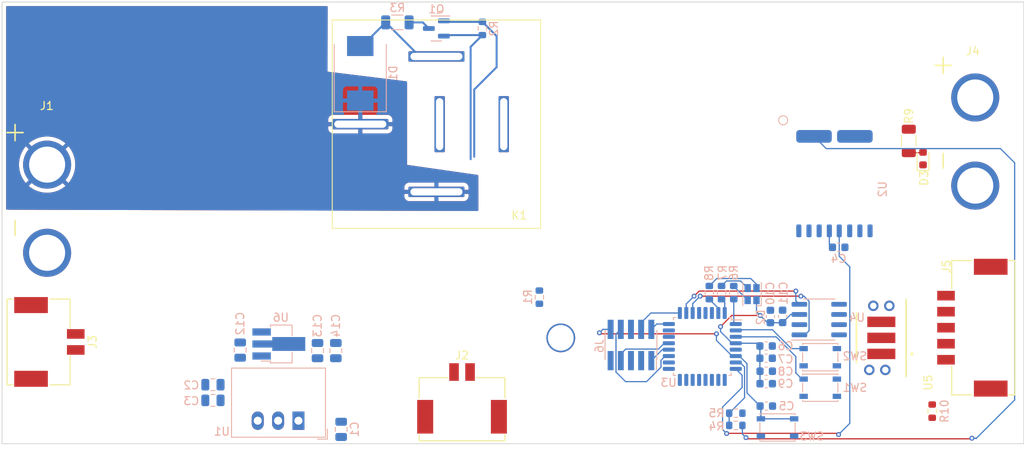
<source format=kicad_pcb>
(kicad_pcb (version 20211014) (generator pcbnew)
  (layers (0 "F.Cu" signal) (31 "B.Cu" signal) (34 "B.Paste" user) (35 "F.Paste" user) (36 "B.SilkS" user "B.Silkscreen") (37 "F.SilkS" user "F.Silkscreen") (38 "B.Mask" user) (39 "F.Mask" user) (44 "Edge.Cuts" user))
  (net 0 "")
  (net 1 "+3V3")
  (net 2 "GND")
  (net 3 "/RST")
  (net 4 "Net-(D1-Pad2)")
  (net 5 "Net-(C1-Pad2)")
  (net 6 "/R")
  (net 7 "/G")
  (net 8 "/B")
  (net 9 "/CAN/CANL")
  (net 10 "/CAN/CANH")
  (net 11 "/T_sense")
  (net 12 "+BATT")
  (net 13 "/NOGGIN/SWDIO")
  (net 14 "/NOGGIN/SWCLK")
  (net 16 "/NOGGIN/RX")
  (net 17 "/NOGGIN/TX")
  (net 18 "Net-(D3-Pad2)")
  (net 19 "/V_sense")
  (net 20 "/LED_B")
  (net 21 "/LED_G")
  (net 22 "/LED_R")
  (net 23 "/DBG2")
  (net 24 "/DBG1")
  (net 25 "/CAN_TX")
  (net 26 "/CAN_RX")
  (net 27 "/I_sense")
  (net 28 "/NOGGIN/PA3")
  (net 29 "/NOGGIN/PA5")
  (net 30 "/NOGGIN/PA6")
  (net 31 "/NOGGIN/PA7")
  (net 32 "/NOGGIN/PB0")
  (net 33 "/NOGGIN/PB1")
  (net 34 "/NOGGIN/PB15")
  (net 35 "/NOGGIN/PA8")
  (net 36 "/NOGGIN/PA11")
  (net 37 "/NOGGIN/PA12")
  (net 38 "/NOGGIN/PD2")
  (net 39 "/NOGGIN/PD3")
  (net 40 "/NOGGIN/PB6")
  (net 41 "VBUS")
  (net 42 "/PCC_3V3")
  (net 43 "/VRAW")
  (net 44 "/enable")
  (net 45 "Net-(Q1-Pad3)")
  (net 53 "+5V")
  (footprint "extraparts:Molex_DuraClik_Vert_5pin" (layer "F.Cu") (at 211.979 130.048 90)
    (fp_text reference "J5" (at 7.62 -8.525 90) (layer "F.SilkS"))
    (fp_text value "CAN")
    (pad "1" smd rect locked (at 4 -8.58 90) (size 1.2 2.2) (layers "F.Cu" "F.Paste" "F.Mask") (net 41 "VBUS"))
    (pad "2" smd rect locked (at 2 -8.58 90) (size 1.2 2.2) (layers "F.Cu" "F.Paste" "F.Mask") (net 42 "/PCC_3V3"))
    (pad "3" smd rect locked (at 0 -8.58 90) (size 1.2 2.2) (layers "F.Cu" "F.Paste" "F.Mask") (net 2 "GND"))
    (pad "4" smd rect locked (at -2 -8.58 90) (size 1.2 2.2) (layers "F.Cu" "F.Paste" "F.Mask") (net 10 "/CAN/CANH"))
    (pad "5" smd rect locked (at -4 -8.58 90) (size 1.2 2.2) (layers "F.Cu" "F.Paste" "F.Mask") (net 9 "/CAN/CANL"))
    (pad "MP" smd rect locked (at 7.6 -3 90) (size 2 4.2) (layers "F.Cu" "F.Paste" "F.Mask"))
    (pad "MP" smd rect locked (at -7.6 -3 90) (size 2 4.2) (layers "F.Cu" "F.Paste" "F.Mask"))
  )
  (footprint "LED_SMD:LED_0603_1608Metric" (layer "F.Cu") (at 200.533 108.9405 90)
    (fp_text reference "D3" (at -2.4385 0.127 90) (layer "F.SilkS"))
    (fp_text value "LED")
    (pad "1" smd roundrect (at -0.7875 0 90) (size 0.875 0.95) (layers "F.Cu" "F.Paste" "F.Mask") (net 2 "GND"))
    (pad "2" smd roundrect (at 0.7875 0 90) (size 0.875 0.95) (layers "F.Cu" "F.Paste" "F.Mask") (net 18 "Net-(D3-Pad2)"))
  )
  (footprint "BMS_Library:Conn_XT90" (layer "F.Cu") (at 91.2235 109.6995 180)
    (fp_text reference "J1" (at 0.0375 7.3375 unlocked) (layer "F.SilkS"))
    (fp_text value "battery")
    (pad "1" thru_hole circle (at 0 -11 180) (size 6 6) (drill 4.5) (layers *.Cu *.Mask) (net 2 "GND"))
    (pad "2" thru_hole circle (at 0 0 180) (size 6 6) (drill 4.5) (layers *.Cu *.Mask) (net 12 "+BATT"))
  )
  (footprint "BMS_Library:Conn_XT90" (layer "F.Cu") (at 207.0475 101.3175 180)
    (fp_text reference "J4" (at 0.2915 5.7895 unlocked) (layer "F.SilkS"))
    (fp_text value "output")
    (pad "1" thru_hole circle (at 0 -11 180) (size 6 6) (drill 4.5) (layers *.Cu *.Mask) (net 2 "GND"))
    (pad "2" thru_hole circle (at 0 0 180) (size 6 6) (drill 4.5) (layers *.Cu *.Mask) (net 41 "VBUS"))
  )
  (footprint "extraparts:Molex_DuraClik_Vert_2pin" (layer "F.Cu") (at 86.217 131.826 -90)
    (fp_text reference "J3" (at 0 -10.668 90) (layer "F.SilkS"))
    (fp_text value "ExtPwrSw")
    (pad "1" smd rect locked (at 1 -8.58 270) (size 1.2 2.2) (layers "F.Cu" "F.Paste" "F.Mask") (net 5 "Net-(C1-Pad2)"))
    (pad "2" smd rect locked (at -1 -8.58 270) (size 1.2 2.2) (layers "F.Cu" "F.Paste" "F.Mask") (net 12 "+BATT"))
    (pad "MP" smd rect locked (at -4.6 -3 270) (size 2 4.2) (layers "F.Cu" "F.Paste" "F.Mask"))
    (pad "MP" smd rect locked (at 4.6 -3 270) (size 2 4.2) (layers "F.Cu" "F.Paste" "F.Mask"))
  )
  (footprint "BMS_Library:A3M1CSQ12VDC2" (layer "F.Cu") (at 140.208 104.648)
    (fp_text reference "K1" (at 9.9314 11.3764 unlocked) (layer "F.SilkS"))
    (fp_text value "A3M1CSQ12VDC2")
    (pad "30" thru_hole roundrect (at -9.9 0 90) (size 1.3 7) (drill oval 0.9 6.5) (layers *.Cu *.Mask) (roundrect_rratio 0.1) (net 12 "+BATT"))
    (pad "85" thru_hole roundrect (at -0.4 8.45 90) (size 1.3 7) (drill oval 0.9 6.5) (layers *.Cu *.Mask) (roundrect_rratio 0.1) (net 12 "+BATT"))
    (pad "86" thru_hole roundrect (at -0.4 -8.45 90) (size 1.3 7) (drill oval 0.9 6.5) (layers *.Cu *.Mask) (roundrect_rratio 0.1) (net 4 "Net-(D1-Pad2)"))
    (pad "87" thru_hole roundrect (at 8 0) (size 1.3 7) (drill oval 0.9 6.5) (layers *.Cu *.Mask) (roundrect_rratio 0.1) (net 43 "/VRAW"))
    (pad "87a" thru_hole roundrect (at 0 0) (size 1.3 7) (drill oval 0.9 6.5) (layers *.Cu *.Mask) (roundrect_rratio 0.1))
  )
  (footprint "BMS_Library:PCC_footprint" (layer "F.Cu") (at 195.326 131.318 90)
    (fp_text reference "U5" (at -5.588 5.842 90) (layer "F.SilkS"))
    (fp_text value "PCC")
    (pad "" thru_hole circle locked (at 4 -1 90) (size 1.308 1.308) (drill 0.8) (layers *.Cu *.Mask))
    (pad "" thru_hole circle locked (at -4 0.5 90) (size 1.308 1.308) (drill 0.8) (layers *.Cu *.Mask))
    (pad "" thru_hole circle locked (at 4 1 90) (size 1.308 1.308) (drill 0.8) (layers *.Cu *.Mask))
    (pad "" thru_hole circle locked (at 0 -39.999999 90) (size 3.600011 3.600011) (drill 3.200001) (layers *.Mask))
    (pad "" thru_hole circle locked (at -4 -1.5 90) (size 1.308 1.308) (drill 0.8) (layers *.Cu *.Mask))
    (pad "1" smd rect locked (at -2 0 90) (size 1.3 3.5) (layers "F.Cu" "F.Paste" "F.Mask") (net 41 "VBUS"))
    (pad "2" smd rect locked (at 0 0 90) (size 1.3 3.5) (layers "F.Cu" "F.Paste" "F.Mask") (net 2 "GND"))
    (pad "3" smd rect locked (at 2 0 90) (size 1.3 3.5) (layers "F.Cu" "F.Paste" "F.Mask") (net 42 "/PCC_3V3"))
  )
  (footprint "Resistor_SMD:R_1206_3216Metric" (layer "F.Cu") (at 198.755 106.7415 -90)
    (fp_text reference "R9" (at -3.1095 0 90) (layer "F.SilkS"))
    (fp_text value "1k")
    (pad "1" smd roundrect (at -1.4625 0 270) (size 1.125 1.75) (layers "F.Cu" "F.Paste" "F.Mask") (roundrect_rratio 0.222222) (net 41 "VBUS"))
    (pad "2" smd roundrect (at 1.4625 0 270) (size 1.125 1.75) (layers "F.Cu" "F.Paste" "F.Mask") (roundrect_rratio 0.222222) (net 18 "Net-(D3-Pad2)"))
  )
  (footprint "extraparts:Molex_DuraClik_Vert_2pin" (layer "F.Cu") (at 143.002 144.161)
    (fp_text reference "J2" (at 0 -10.668) (layer "F.SilkS"))
    (fp_text value "temp")
    (pad "1" smd rect locked (at 1 -8.58) (size 1.2 2.2) (layers "F.Cu" "F.Paste" "F.Mask") (net 2 "GND"))
    (pad "2" smd rect locked (at -1 -8.58) (size 1.2 2.2) (layers "F.Cu" "F.Paste" "F.Mask") (net 11 "/T_sense"))
    (pad "MP" smd rect locked (at -4.6 -3) (size 2 4.2) (layers "F.Cu" "F.Paste" "F.Mask"))
    (pad "MP" smd rect locked (at 4.6 -3) (size 2 4.2) (layers "F.Cu" "F.Paste" "F.Mask"))
  )
  (footprint "Resistor_SMD:R_0603_1608Metric" (layer "F.Cu") (at 201.676 140.462 90)
    (fp_text reference "R10" (at 0 1.524 90 unlocked) (layer "B.SilkS"))
    (fp_text value "120")
    (pad "1" smd roundrect (at -0.825 0 90) (size 0.8 0.95) (layers "F.Cu" "F.Paste" "F.Mask") (net 9 "/CAN/CANL"))
    (pad "2" smd roundrect (at 0.825 0 90) (size 0.8 0.95) (layers "F.Cu" "F.Paste" "F.Mask") (net 10 "/CAN/CANH"))
  )
  (footprint "Button_Switch_SMD:SW_SPST_PTS810" (layer "B.Cu") (at 187.706 133.731 180)
    (fp_text reference "SW2" (at -4.318 0.127) (layer "B.SilkS") (effects (justify mirror)))
    (fp_text value "DBG1")
    (pad "1" smd rect (at 2.075 1.075 180) (size 1.05 0.65) (layers "B.Cu" "B.Paste" "B.Mask") (net 24 "/DBG1"))
    (pad "1" smd rect (at -2.075 1.075 180) (size 1.05 0.65) (layers "B.Cu" "B.Paste" "B.Mask") (net 24 "/DBG1"))
    (pad "2" smd rect (at -2.075 -1.075 180) (size 1.05 0.65) (layers "B.Cu" "B.Paste" "B.Mask") (net 2 "GND"))
    (pad "2" smd rect (at 2.075 -1.075 180) (size 1.05 0.65) (layers "B.Cu" "B.Paste" "B.Mask") (net 2 "GND"))
  )
  (footprint "Capacitor_SMD:C_0805_2012Metric" (layer "B.Cu") (at 124.968 132.908 90)
    (fp_text reference "C13" (at 3.114 0 90) (layer "B.SilkS") (effects (justify mirror)))
    (fp_text value "10u")
    (pad "1" smd roundrect (at -0.95 0 90) (size 1 1.45) (layers "B.Cu" "B.Paste" "B.Mask") (net 1 "+3V3"))
    (pad "2" smd roundrect (at 0.95 0 90) (size 1 1.45) (layers "B.Cu" "B.Paste" "B.Mask") (net 2 "GND"))
  )
  (footprint "BMS_Library:CZ3AG7_HalEfSens" (layer "B.Cu") (at 189.474 117.962 -90)
    (fp_text reference "U2" (at -5.2 -6 90 unlocked) (layer "B.SilkS") (effects (justify mirror)))
    (fp_text value "CZ3A07")
    (pad "1" smd roundrect (at -11.79 2.55 270) (size 1.59 4.44) (layers "B.Cu" "B.Paste" "B.Mask") (net 43 "/VRAW"))
    (pad "5" smd roundrect (at -11.79 -2.55 270) (size 1.59 4.44) (layers "B.Cu" "B.Paste" "B.Mask") (net 41 "VBUS"))
    (pad "9" smd roundrect (at 0 -4.445 270) (size 1.59 0.64) (layers "B.Cu" "B.Paste" "B.Mask") (net 2 "GND"))
    (pad "10" smd roundrect (at 0 -3.175 270) (size 1.59 0.64) (layers "B.Cu" "B.Paste" "B.Mask"))
    (pad "11" smd roundrect (at 0 -1.905 270) (size 1.59 0.64) (layers "B.Cu" "B.Paste" "B.Mask"))
    (pad "12" smd roundrect (at 0 -0.6 270) (size 1.59 0.64) (layers "B.Cu" "B.Paste" "B.Mask") (net 27 "/I_sense"))
    (pad "13" smd roundrect (at 0 0.635 270) (size 1.59 0.64) (layers "B.Cu" "B.Paste" "B.Mask") (net 53 "+5V"))
    (pad "14" smd roundrect (at 0 1.905 270) (size 1.59 0.64) (layers "B.Cu" "B.Paste" "B.Mask"))
    (pad "15" smd roundrect (at 0 3.175 270) (size 1.59 0.64) (layers "B.Cu" "B.Paste" "B.Mask"))
    (pad "16" smd roundrect (at 0 4.445 270) (size 1.59 0.64) (layers "B.Cu" "B.Paste" "B.Mask") (net 2 "GND"))
  )
  (footprint "Capacitor_SMD:C_0805_2012Metric" (layer "B.Cu") (at 127.918 142.7365 90)
    (fp_text reference "C1" (at 0 1.68 90) (layer "B.SilkS") (effects (justify mirror)))
    (fp_text value "10u")
    (pad "1" smd roundrect (at -0.95 0 90) (size 1 1.45) (layers "B.Cu" "B.Paste" "B.Mask") (net 2 "GND"))
    (pad "2" smd roundrect (at 0.95 0 90) (size 1 1.45) (layers "B.Cu" "B.Paste" "B.Mask") (net 5 "Net-(C1-Pad2)"))
  )
  (footprint "Resistor_SMD:R_0603_1608Metric" (layer "B.Cu") (at 175.387 125.667 90)
    (fp_text reference "R7" (at 2.477 0.127 90) (layer "B.SilkS") (effects (justify mirror)))
    (fp_text value "47")
    (pad "1" smd roundrect (at -0.825 0 90) (size 0.8 0.95) (layers "B.Cu" "B.Paste" "B.Mask") (net 21 "/LED_G"))
    (pad "2" smd roundrect (at 0.825 0 90) (size 0.8 0.95) (layers "B.Cu" "B.Paste" "B.Mask") (net 7 "/G"))
  )
  (footprint "Capacitor_SMD:C_0603_1608Metric" (layer "B.Cu") (at 181.483 128.651 90)
    (fp_text reference "C10" (at 2.8855 -0.0235 90) (layer "B.SilkS") (effects (justify mirror)))
    (fp_text value "100n")
    (pad "1" smd roundrect (at -0.775 0 90) (size 0.9 0.95) (layers "B.Cu" "B.Paste" "B.Mask") (net 1 "+3V3"))
    (pad "2" smd roundrect (at 0.775 0 90) (size 0.9 0.95) (layers "B.Cu" "B.Paste" "B.Mask") (net 2 "GND"))
  )
  (footprint "Resistor_SMD:R_0603_1608Metric" (layer "B.Cu") (at 177.165 140.716)
    (fp_text reference "R5" (at -2.413 0) (layer "B.SilkS") (effects (justify mirror)))
    (fp_text value "10k")
    (pad "1" smd roundrect (at -0.825 0) (size 0.8 0.95) (layers "B.Cu" "B.Paste" "B.Mask") (net 19 "/V_sense"))
    (pad "2" smd roundrect (at 0.825 0) (size 0.8 0.95) (layers "B.Cu" "B.Paste" "B.Mask") (net 2 "GND"))
  )
  (footprint "Resistor_SMD:R_0603_1608Metric" (layer "B.Cu") (at 145.542 92.71 90)
    (fp_text reference "R2" (at 0 1.43 90) (layer "B.SilkS") (effects (justify mirror)))
    (fp_text value "10k")
    (pad "1" smd roundrect (at -0.825 0 90) (size 0.8 0.95) (layers "B.Cu" "B.Paste" "B.Mask") (net 2 "GND"))
    (pad "2" smd roundrect (at 0.825 0 90) (size 0.8 0.95) (layers "B.Cu" "B.Paste" "B.Mask") (net 44 "/enable"))
  )
  (footprint "Capacitor_SMD:C_0603_1608Metric" (layer "B.Cu") (at 183.007 128.638 90)
    (fp_text reference "C11" (at 2.8985 0.1035 90) (layer "B.SilkS") (effects (justify mirror)))
    (fp_text value "4.7u")
    (pad "1" smd roundrect (at -0.775 0 90) (size 0.9 0.95) (layers "B.Cu" "B.Paste" "B.Mask") (net 1 "+3V3"))
    (pad "2" smd roundrect (at 0.775 0 90) (size 0.9 0.95) (layers "B.Cu" "B.Paste" "B.Mask") (net 2 "GND"))
  )
  (footprint "Capacitor_SMD:C_0805_2012Metric" (layer "B.Cu") (at 111.916 137.16 180)
    (fp_text reference "C2" (at 2.696 -0.0775) (layer "B.SilkS") (effects (justify mirror)))
    (fp_text value "10u")
    (pad "1" smd roundrect (at -0.95 0 180) (size 1 1.45) (layers "B.Cu" "B.Paste" "B.Mask") (net 53 "+5V"))
    (pad "2" smd roundrect (at 0.95 0 180) (size 1 1.45) (layers "B.Cu" "B.Paste" "B.Mask") (net 2 "GND"))
  )
  (footprint "Capacitor_SMD:C_0603_1608Metric" (layer "B.Cu") (at 190.005 120.015)
    (fp_text reference "C4" (at 0 1.43) (layer "B.SilkS") (effects (justify mirror)))
    (fp_text value "100n")
    (pad "1" smd roundrect (at -0.775 0) (size 0.9 0.95) (layers "B.Cu" "B.Paste" "B.Mask") (net 53 "+5V"))
    (pad "2" smd roundrect (at 0.775 0) (size 0.9 0.95) (layers "B.Cu" "B.Paste" "B.Mask") (net 2 "GND"))
  )
  (footprint "Capacitor_SMD:C_0805_2012Metric" (layer "B.Cu") (at 115.316 132.842 90)
    (fp_text reference "C12" (at 3.302 0 90) (layer "B.SilkS") (effects (justify mirror)))
    (fp_text value "10u")
    (pad "1" smd roundrect (at -0.95 0 90) (size 1 1.45) (layers "B.Cu" "B.Paste" "B.Mask") (net 2 "GND"))
    (pad "2" smd roundrect (at 0.95 0 90) (size 1 1.45) (layers "B.Cu" "B.Paste" "B.Mask") (net 53 "+5V"))
  )
  (footprint "Package_QFP:LQFP-32_7x7mm_P0.8mm" (layer "B.Cu") (at 172.9855 132.3885 180)
    (fp_text reference "U3" (at 4.2025 -4.5175) (layer "B.SilkS") (effects (justify mirror)))
    (fp_text value "STM32G0B1KxTxN")
    (pad "1" smd roundrect (at -4.175 2.8 180) (size 1.5 0.5) (layers "B.Cu" "B.Paste" "B.Mask") (net 20 "/LED_B"))
    (pad "2" smd roundrect (at -4.175 2 180) (size 1.5 0.5) (layers "B.Cu" "B.Paste" "B.Mask") (net 24 "/DBG1"))
    (pad "3" smd roundrect (at -4.175 1.2 180) (size 1.5 0.5) (layers "B.Cu" "B.Paste" "B.Mask") (net 23 "/DBG2"))
    (pad "4" smd roundrect (at -4.175 0.4 180) (size 1.5 0.5) (layers "B.Cu" "B.Paste" "B.Mask") (net 1 "+3V3"))
    (pad "5" smd roundrect (at -4.175 -0.4 180) (size 1.5 0.5) (layers "B.Cu" "B.Paste" "B.Mask") (net 2 "GND"))
    (pad "6" smd roundrect (at -4.175 -1.2 180) (size 1.5 0.5) (layers "B.Cu" "B.Paste" "B.Mask") (net 3 "/RST"))
    (pad "7" smd roundrect (at -4.175 -2 180) (size 1.5 0.5) (layers "B.Cu" "B.Paste" "B.Mask") (net 19 "/V_sense"))
    (pad "8" smd roundrect (at -4.175 -2.8 180) (size 1.5 0.5) (layers "B.Cu" "B.Paste" "B.Mask") (net 27 "/I_sense"))
    (pad "9" smd roundrect (at -2.8 -4.175 180) (size 0.5 1.5) (layers "B.Cu" "B.Paste" "B.Mask") (net 11 "/T_sense"))
    (pad "10" smd roundrect (at -2 -4.175 180) (size 0.5 1.5) (layers "B.Cu" "B.Paste" "B.Mask") (net 28 "/NOGGIN/PA3"))
    (pad "11" smd roundrect (at -1.2 -4.175 180) (size 0.5 1.5) (layers "B.Cu" "B.Paste" "B.Mask") (net 44 "/enable"))
    (pad "12" smd roundrect (at -0.4 -4.175 180) (size 0.5 1.5) (layers "B.Cu" "B.Paste" "B.Mask") (net 29 "/NOGGIN/PA5"))
    (pad "13" smd roundrect (at 0.4 -4.175 180) (size 0.5 1.5) (layers "B.Cu" "B.Paste" "B.Mask") (net 30 "/NOGGIN/PA6"))
    (pad "14" smd roundrect (at 1.2 -4.175 180) (size 0.5 1.5) (layers "B.Cu" "B.Paste" "B.Mask") (net 31 "/NOGGIN/PA7"))
    (pad "15" smd roundrect (at 2 -4.175 180) (size 0.5 1.5) (layers "B.Cu" "B.Paste" "B.Mask") (net 32 "/NOGGIN/PB0"))
    (pad "16" smd roundrect (at 2.8 -4.175 180) (size 0.5 1.5) (layers "B.Cu" "B.Paste" "B.Mask") (net 33 "/NOGGIN/PB1"))
    (pad "17" smd roundrect (at 4.175 -2.8 180) (size 1.5 0.5) (layers "B.Cu" "B.Paste" "B.Mask") (net 34 "/NOGGIN/PB15"))
    (pad "18" smd roundrect (at 4.175 -2 180) (size 1.5 0.5) (layers "B.Cu" "B.Paste" "B.Mask") (net 35 "/NOGGIN/PA8"))
    (pad "19" smd roundrect (at 4.175 -1.2 180) (size 1.5 0.5) (layers "B.Cu" "B.Paste" "B.Mask") (net 17 "/NOGGIN/TX"))
    (pad "20" smd roundrect (at 4.175 -0.4 180) (size 1.5 0.5) (layers "B.Cu" "B.Paste" "B.Mask") (net 1 "+3V3"))
    (pad "21" smd roundrect (at 4.175 0.4 180) (size 1.5 0.5) (layers "B.Cu" "B.Paste" "B.Mask") (net 16 "/NOGGIN/RX"))
    (pad "22" smd roundrect (at 4.175 1.2 180) (size 1.5 0.5) (layers "B.Cu" "B.Paste" "B.Mask") (net 36 "/NOGGIN/PA11"))
    (pad "23" smd roundrect (at 4.175 2 180) (size 1.5 0.5) (layers "B.Cu" "B.Paste" "B.Mask") (net 37 "/NOGGIN/PA12"))
    (pad "24" smd roundrect (at 4.175 2.8 180) (size 1.5 0.5) (layers "B.Cu" "B.Paste" "B.Mask") (net 13 "/NOGGIN/SWDIO"))
    (pad "25" smd roundrect (at 2.8 4.175 180) (size 0.5 1.5) (layers "B.Cu" "B.Paste" "B.Mask") (net 14 "/NOGGIN/SWCLK"))
    (pad "26" smd roundrect (at 2 4.175 180) (size 0.5 1.5) (layers "B.Cu" "B.Paste" "B.Mask") (net 26 "/CAN_RX"))
    (pad "27" smd roundrect (at 1.2 4.175 180) (size 0.5 1.5) (layers "B.Cu" "B.Paste" "B.Mask") (net 25 "/CAN_TX"))
    (pad "28" smd roundrect (at 0.4 4.175 180) (size 0.5 1.5) (layers "B.Cu" "B.Paste" "B.Mask") (net 38 "/NOGGIN/PD2"))
    (pad "29" smd roundrect (at -0.4 4.175 180) (size 0.5 1.5) (layers "B.Cu" "B.Paste" "B.Mask") (net 39 "/NOGGIN/PD3"))
    (pad "30" smd roundrect (at -1.2 4.175 180) (size 0.5 1.5) (layers "B.Cu" "B.Paste" "B.Mask") (net 40 "/NOGGIN/PB6"))
    (pad "31" smd roundrect (at -2 4.175 180) (size 0.5 1.5) (layers "B.Cu" "B.Paste" "B.Mask") (net 22 "/LED_R"))
    (pad "32" smd roundrect (at -2.8 4.175 180) (size 0.5 1.5) (layers "B.Cu" "B.Paste" "B.Mask") (net 21 "/LED_G"))
  )
  (footprint "Button_Switch_SMD:SW_SPST_PTS810" (layer "B.Cu") (at 187.706 137.541 180)
    (fp_text reference "SW1" (at -4.318 0) (layer "B.SilkS") (effects (justify mirror)))
    (fp_text value "DBG2")
    (pad "1" smd rect (at 2.075 1.075 180) (size 1.05 0.65) (layers "B.Cu" "B.Paste" "B.Mask") (net 23 "/DBG2"))
    (pad "1" smd rect (at -2.075 1.075 180) (size 1.05 0.65) (layers "B.Cu" "B.Paste" "B.Mask") (net 23 "/DBG2"))
    (pad "2" smd rect (at -2.075 -1.075 180) (size 1.05 0.65) (layers "B.Cu" "B.Paste" "B.Mask") (net 2 "GND"))
    (pad "2" smd rect (at 2.075 -1.075 180) (size 1.05 0.65) (layers "B.Cu" "B.Paste" "B.Mask") (net 2 "GND"))
  )
  (footprint "Connector_PinHeader_1.27mm:PinHeader_2x05_P1.27mm_Vertical_SMD" (layer "B.Cu") (at 164.084 132.207 90)
    (fp_text reference "J6" (at -0.127 -3.937 90) (layer "B.SilkS") (effects (justify mirror)))
    (fp_text value "SWD_UART")
    (pad "1" smd rect (at -1.95 2.54 90) (size 2.4 0.74) (layers "B.Cu" "B.Paste" "B.Mask") (net 1 "+3V3"))
    (pad "2" smd rect (at 1.95 2.54 90) (size 2.4 0.74) (layers "B.Cu" "B.Paste" "B.Mask") (net 13 "/NOGGIN/SWDIO"))
    (pad "3" smd rect (at -1.95 1.27 90) (size 2.4 0.74) (layers "B.Cu" "B.Paste" "B.Mask") (net 2 "GND"))
    (pad "4" smd rect (at 1.95 1.27 90) (size 2.4 0.74) (layers "B.Cu" "B.Paste" "B.Mask") (net 14 "/NOGGIN/SWCLK"))
    (pad "5" smd rect (at -1.95 0 90) (size 2.4 0.74) (layers "B.Cu" "B.Paste" "B.Mask") (net 2 "GND"))
    (pad "6" smd rect (at 1.95 0 90) (size 2.4 0.74) (layers "B.Cu" "B.Paste" "B.Mask"))
    (pad "7" smd rect (at -1.95 -1.27 90) (size 2.4 0.74) (layers "B.Cu" "B.Paste" "B.Mask") (net 16 "/NOGGIN/RX"))
    (pad "8" smd rect (at 1.95 -1.27 90) (size 2.4 0.74) (layers "B.Cu" "B.Paste" "B.Mask") (net 17 "/NOGGIN/TX"))
    (pad "9" smd rect (at -1.95 -2.54 90) (size 2.4 0.74) (layers "B.Cu" "B.Paste" "B.Mask") (net 2 "GND"))
    (pad "10" smd rect (at 1.95 -2.54 90) (size 2.4 0.74) (layers "B.Cu" "B.Paste" "B.Mask") (net 3 "/RST"))
  )
  (footprint "Capacitor_SMD:C_0805_2012Metric" (layer "B.Cu") (at 127.254 132.908 90)
    (fp_text reference "C14" (at 3.114 0 90) (layer "B.SilkS") (effects (justify mirror)))
    (fp_text value "10u")
    (pad "1" smd roundrect (at -0.95 0 90) (size 1 1.45) (layers "B.Cu" "B.Paste" "B.Mask") (net 1 "+3V3"))
    (pad "2" smd roundrect (at 0.95 0 90) (size 1 1.45) (layers "B.Cu" "B.Paste" "B.Mask") (net 2 "GND"))
  )
  (footprint "Capacitor_SMD:C_0603_1608Metric" (layer "B.Cu") (at 180.975 139.827)
    (fp_text reference "C5" (at 2.527 0) (layer "B.SilkS") (effects (justify mirror)))
    (fp_text value "100n")
    (pad "1" smd roundrect (at -0.775 0) (size 0.9 0.95) (layers "B.Cu" "B.Paste" "B.Mask") (net 3 "/RST"))
    (pad "2" smd roundrect (at 0.775 0) (size 0.9 0.95) (layers "B.Cu" "B.Paste" "B.Mask") (net 2 "GND"))
  )
  (footprint "Package_TO_SOT_SMD:SOT-89-3_Handsoldering" (layer "B.Cu") (at 120.142 132.08)
    (fp_text reference "U6" (at 0.254 -3.302) (layer "B.SilkS") (effects (justify mirror)))
    (fp_text value "AZ1117-3.3")
    (pad "1" smd rect (at -2.15 1.5) (size 2.3 0.9) (layers "B.Cu" "B.Paste" "B.Mask") (net 2 "GND"))
    (pad "2" smd custom (at -2.0625 0) (size 2.475 0.9) (layers "B.Cu" "B.Paste" "B.Mask") (net 1 "+3V3") (options (clearance outline) (anchor rect)) (primitives (gr_poly (pts (xy 5.3625 -0.8665) (xy 1.2375 -0.8665) (xy 1.2375 0.8665) (xy 5.3625 0.8665)) (width 0) (fill yes))))
    (pad "3" smd rect (at -2.15 -1.5) (size 2.3 0.9) (layers "B.Cu" "B.Paste" "B.Mask") (net 53 "+5V"))
  )
  (footprint "Resistor_SMD:R_1206_3216Metric" (layer "B.Cu") (at 134.9355 91.948 180)
    (fp_text reference "R3" (at 0 1.82) (layer "B.SilkS") (effects (justify mirror)))
    (fp_text value "10")
    (pad "1" smd roundrect (at -1.4625 0 180) (size 1.125 1.75) (layers "B.Cu" "B.Paste" "B.Mask") (roundrect_rratio 0.222222) (net 45 "Net-(Q1-Pad3)"))
    (pad "2" smd roundrect (at 1.4625 0 180) (size 1.125 1.75) (layers "B.Cu" "B.Paste" "B.Mask") (roundrect_rratio 0.222222) (net 4 "Net-(D1-Pad2)"))
  )
  (footprint "Package_SO:SOIC-8_3.9x4.9mm_P1.27mm" (layer "B.Cu") (at 187.579 129.032)
    (fp_text reference "U4" (at 4.699 -0.254) (layer "B.SilkS") (effects (justify mirror)))
    (fp_text value "TCAN330G")
    (pad "1" smd roundrect (at -2.475 1.905) (size 1.95 0.6) (layers "B.Cu" "B.Paste" "B.Mask") (net 25 "/CAN_TX"))
    (pad "2" smd roundrect (at -2.475 0.635) (size 1.95 0.6) (layers "B.Cu" "B.Paste" "B.Mask") (net 2 "GND"))
    (pad "3" smd roundrect (at -2.475 -0.635) (size 1.95 0.6) (layers "B.Cu" "B.Paste" "B.Mask") (net 1 "+3V3"))
    (pad "4" smd roundrect (at -2.475 -1.905) (size 1.95 0.6) (layers "B.Cu" "B.Paste" "B.Mask") (net 26 "/CAN_RX"))
    (pad "5" smd roundrect (at 2.475 -1.905) (size 1.95 0.6) (layers "B.Cu" "B.Paste" "B.Mask"))
    (pad "6" smd roundrect (at 2.475 -0.635) (size 1.95 0.6) (layers "B.Cu" "B.Paste" "B.Mask") (net 9 "/CAN/CANL"))
    (pad "7" smd roundrect (at 2.475 0.635) (size 1.95 0.6) (layers "B.Cu" "B.Paste" "B.Mask") (net 10 "/CAN/CANH"))
    (pad "8" smd roundrect (at 2.475 1.905) (size 1.95 0.6) (layers "B.Cu" "B.Paste" "B.Mask"))
  )
  (footprint "Capacitor_SMD:C_0603_1608Metric" (layer "B.Cu") (at 180.949 133.858)
    (fp_text reference "C7" (at 2.426 0.127) (layer "B.SilkS") (effects (justify mirror)))
    (fp_text value "4.7u")
    (pad "1" smd roundrect (at -0.775 0) (size 0.9 0.95) (layers "B.Cu" "B.Paste" "B.Mask") (net 1 "+3V3"))
    (pad "2" smd roundrect (at 0.775 0) (size 0.9 0.95) (layers "B.Cu" "B.Paste" "B.Mask") (net 2 "GND"))
  )
  (footprint "Button_Switch_SMD:SW_SPST_PTS810" (layer "B.Cu") (at 182.372 142.494 180)
    (fp_text reference "SW3" (at -4.2875 -1.1135) (layer "B.SilkS") (effects (justify mirror)))
    (fp_text value "RST")
    (pad "1" smd rect (at -2.075 1.075 180) (size 1.05 0.65) (layers "B.Cu" "B.Paste" "B.Mask") (net 3 "/RST"))
    (pad "1" smd rect (at 2.075 1.075 180) (size 1.05 0.65) (layers "B.Cu" "B.Paste" "B.Mask") (net 3 "/RST"))
    (pad "2" smd rect (at -2.075 -1.075 180) (size 1.05 0.65) (layers "B.Cu" "B.Paste" "B.Mask") (net 2 "GND"))
    (pad "2" smd rect (at 2.075 -1.075 180) (size 1.05 0.65) (layers "B.Cu" "B.Paste" "B.Mask") (net 2 "GND"))
  )
  (footprint "Capacitor_SMD:C_0603_1608Metric" (layer "B.Cu") (at 180.949 132.334)
    (fp_text reference "C6" (at 2.426 0) (layer "B.SilkS") (effects (justify mirror)))
    (fp_text value "100n")
    (pad "1" smd roundrect (at -0.775 0) (size 0.9 0.95) (layers "B.Cu" "B.Paste" "B.Mask") (net 1 "+3V3"))
    (pad "2" smd roundrect (at 0.775 0) (size 0.9 0.95) (layers "B.Cu" "B.Paste" "B.Mask") (net 2 "GND"))
  )
  (footprint "Capacitor_SMD:C_0805_2012Metric" (layer "B.Cu") (at 111.916 139.1145 180)
    (fp_text reference "C3" (at 2.696 -0.0775) (layer "B.SilkS") (effects (justify mirror)))
    (fp_text value "10u")
    (pad "1" smd roundrect (at -0.95 0 180) (size 1 1.45) (layers "B.Cu" "B.Paste" "B.Mask") (net 53 "+5V"))
    (pad "2" smd roundrect (at 0.95 0 180) (size 1 1.45) (layers "B.Cu" "B.Paste" "B.Mask") (net 2 "GND"))
  )
  (footprint "Converter_DCDC:Converter_DCDC_RECOM_R-78E-0.5_THT" (layer "B.Cu") (at 122.589 141.6535 180)
    (fp_text reference "U1" (at 9.559 -1.3485) (layer "B.SilkS") (effects (justify mirror)))
    (fp_text value "R-785.0-1.0")
    (pad "1" thru_hole rect (at 0 0 180) (size 1.5 2.3) (drill 1) (layers *.Cu *.Mask) (net 5 "Net-(C1-Pad2)"))
    (pad "2" thru_hole oval (at 2.54 0 180) (size 1.5 2.3) (drill 1) (layers *.Cu *.Mask) (net 2 "GND"))
    (pad "3" thru_hole oval (at 5.08 0 180) (size 1.5 2.3) (drill 1) (layers *.Cu *.Mask) (net 53 "+5V"))
  )
  (footprint "Resistor_SMD:R_0603_1608Metric" (layer "B.Cu") (at 177.165 142.24 180)
    (fp_text reference "R4" (at 2.413 -0.127) (layer "B.SilkS") (effects (justify mirror)))
    (fp_text value "100k")
    (pad "1" smd roundrect (at -0.825 0 180) (size 0.8 0.95) (layers "B.Cu" "B.Paste" "B.Mask") (net 43 "/VRAW"))
    (pad "2" smd roundrect (at 0.825 0 180) (size 0.8 0.95) (layers "B.Cu" "B.Paste" "B.Mask") (net 19 "/V_sense"))
  )
  (footprint "LED_SMD:LED_Cree-PLCC4_2x2mm_CW" (layer "B.Cu") (at 179.197 125.857 90)
    (fp_text reference "D2" (at -2.8915 1.075 90) (layer "B.SilkS") (effects (justify mirror)))
    (fp_text value "LED_ARGB")
    (pad "1" smd rect (at -0.75 0.55 90) (size 1 0.8) (layers "B.Cu" "B.Paste" "B.Mask") (net 1 "+3V3"))
    (pad "2" smd rect (at 0.75 0.55 90) (size 1 0.8) (layers "B.Cu" "B.Paste" "B.Mask") (net 6 "/R"))
    (pad "3" smd rect (at 0.75 -0.55 90) (size 1 0.8) (layers "B.Cu" "B.Paste" "B.Mask") (net 7 "/G"))
    (pad "4" smd rect (at -0.75 -0.55 90) (size 1 0.8) (layers "B.Cu" "B.Paste" "B.Mask") (net 8 "/B"))
  )
  (footprint "Package_TO_SOT_SMD:SOT-23" (layer "B.Cu") (at 139.799 92.71 180)
    (fp_text reference "Q1" (at 0 2.4) (layer "B.SilkS") (effects (justify mirror)))
    (fp_text value "PMV28ENEA")
    (pad "1" smd roundrect (at -0.9375 0.95 180) (size 1.475 0.6) (layers "B.Cu" "B.Paste" "B.Mask") (net 44 "/enable"))
    (pad "2" smd roundrect (at -0.9375 -0.95 180) (size 1.475 0.6) (layers "B.Cu" "B.Paste" "B.Mask") (net 2 "GND"))
    (pad "3" smd roundrect (at 0.9375 0 180) (size 1.475 0.6) (layers "B.Cu" "B.Paste" "B.Mask") (net 45 "Net-(Q1-Pad3)"))
  )
  (footprint "Capacitor_SMD:C_0603_1608Metric" (layer "B.Cu") (at 180.962 137.033)
    (fp_text reference "C9" (at 2.413 0) (layer "B.SilkS") (effects (justify mirror)))
    (fp_text value "4.7u")
    (pad "1" smd roundrect (at -0.775 0) (size 0.9 0.95) (layers "B.Cu" "B.Paste" "B.Mask") (net 1 "+3V3"))
    (pad "2" smd roundrect (at 0.775 0) (size 0.9 0.95) (layers "B.Cu" "B.Paste" "B.Mask") (net 2 "GND"))
  )
  (footprint "Capacitor_SMD:C_0603_1608Metric" (layer "B.Cu") (at 180.962 135.4795)
    (fp_text reference "C8" (at 2.413 0.0295) (layer "B.SilkS") (effects (justify mirror)))
    (fp_text value "100n")
    (pad "1" smd roundrect (at -0.775 0) (size 0.9 0.95) (layers "B.Cu" "B.Paste" "B.Mask") (net 1 "+3V3"))
    (pad "2" smd roundrect (at 0.775 0) (size 0.9 0.95) (layers "B.Cu" "B.Paste" "B.Mask") (net 2 "GND"))
  )
  (footprint "Diode_SMD:D_SMC" (layer "B.Cu") (at 130.302 98.298 90)
    (fp_text reference "D1" (at 0 4.1 90) (layer "B.SilkS") (effects (justify mirror)))
    (fp_text value "SMCJ13A_TVS")
    (pad "1" smd rect (at -3.4 0) (size 3.3 2.5) (layers "B.Cu" "B.Paste" "B.Mask") (net 12 "+BATT"))
    (pad "2" smd rect (at 3.4 0) (size 3.3 2.5) (layers "B.Cu" "B.Paste" "B.Mask") (net 4 "Net-(D1-Pad2)"))
  )
  (footprint "Resistor_SMD:R_0603_1608Metric" (layer "B.Cu") (at 173.863 125.667 90)
    (fp_text reference "R8" (at 2.4425 -0.0305 90) (layer "B.SilkS") (effects (justify mirror)))
    (fp_text value "47")
    (pad "1" smd roundrect (at -0.825 0 90) (size 0.8 0.95) (layers "B.Cu" "B.Paste" "B.Mask") (net 22 "/LED_R"))
    (pad "2" smd roundrect (at 0.825 0 90) (size 0.8 0.95) (layers "B.Cu" "B.Paste" "B.Mask") (net 6 "/R"))
  )
  (footprint "Resistor_SMD:R_0603_1608Metric" (layer "B.Cu") (at 176.911 125.667 90)
    (fp_text reference "R6" (at 2.477 0 90) (layer "B.SilkS") (effects (justify mirror)))
    (fp_text value "47")
    (pad "1" smd roundrect (at -0.825 0 90) (size 0.8 0.95) (layers "B.Cu" "B.Paste" "B.Mask") (net 20 "/LED_B"))
    (pad "2" smd roundrect (at 0.825 0 90) (size 0.8 0.95) (layers "B.Cu" "B.Paste" "B.Mask") (net 8 "/B"))
  )
  (footprint "Resistor_SMD:R_0603_1608Metric" (layer "B.Cu") (at 152.654 126.238 -90)
    (fp_text reference "R1" (at 0 1.43 90) (layer "B.SilkS") (effects (justify mirror)))
    (fp_text value "10k")
    (pad "1" smd roundrect (at -0.825 0 270) (size 0.8 0.95) (layers "B.Cu" "B.Paste" "B.Mask") (net 1 "+3V3"))
    (pad "2" smd roundrect (at 0.825 0 270) (size 0.8 0.95) (layers "B.Cu" "B.Paste" "B.Mask") (net 11 "/T_sense"))
  )
  (gr_rect (start 213.106 89.408) (end 85.598 144.526) (layer "Edge.Cuts") (width 0.1) (fill none))
  (segment (start 180.213 128.524) (end 176.657 128.524) (width 0.1524) (layer "F.Cu") (net 1))
  (segment (start 176.657 128.524) (end 175.26 129.921) (width 0.1524) (layer "F.Cu") (net 1))
  (via (at 180.213 128.524) (size 0.6096) (drill 0.3048) (layers "F.Cu" "B.Cu") (net 1))
  (via (at 175.26 129.921) (size 0.6096) (drill 0.3048) (layers "F.Cu" "B.Cu") (net 1))
  (segment (start 176.711113 131.9885) (end 175.26 130.537387) (width 0.1524) (layer "B.Cu") (net 1))
  (segment (start 181.483 129.426) (end 181.115 129.426) (width 0.1524) (layer "B.Cu") (net 1))
  (segment (start 167.9925 132.7885) (end 168.8105 132.7885) (width 0.1524) (layer "B.Cu") (net 1))
  (segment (start 180.174 132.334) (end 180.174 133.858) (width 0.1524) (layer "B.Cu") (net 1))
  (segment (start 179.8285 131.9885) (end 180.174 132.334) (width 0.1524) (layer "B.Cu") (net 1))
  (segment (start 182.994 129.426) (end 183.007 129.413) (width 0.1524) (layer "B.Cu") (net 1))
  (segment (start 181.483 129.426) (end 182.994 129.426) (width 0.1524) (layer "B.Cu") (net 1))
  (segment (start 180.174 133.858) (end 180.174 135.4665) (width 0.1524) (layer "B.Cu") (net 1))
  (segment (start 175.26 130.537387) (end 175.26 129.921) (width 0.1524) (layer "B.Cu") (net 1))
  (segment (start 177.1605 131.9885) (end 179.8285 131.9885) (width 0.1524) (layer "B.Cu") (net 1))
  (segment (start 177.1605 131.9885) (end 176.711113 131.9885) (width 0.1524) (layer "B.Cu") (net 1))
  (segment (start 184.023 128.397) (end 185.104 128.397) (width 0.1524) (layer "B.Cu") (net 1))
  (segment (start 166.624 134.157) (end 167.9925 132.7885) (width 0.1524) (layer "B.Cu") (net 1))
  (segment (start 180.187 135.4795) (end 180.187 137.033) (width 0.1524) (layer "B.Cu") (net 1))
  (segment (start 179.747 128.058) (end 180.213 128.524) (width 0.1524) (layer "B.Cu") (net 1))
  (segment (start 179.747 126.607) (end 179.747 128.058) (width 0.1524) (layer "B.Cu") (net 1))
  (segment (start 181.115 129.426) (end 180.213 128.524) (width 0.1524) (layer "B.Cu") (net 1))
  (segment (start 180.174 135.4665) (end 180.187 135.4795) (width 0.1524) (layer "B.Cu") (net 1))
  (segment (start 183.007 129.413) (end 184.023 128.397) (width 0.1524) (layer "B.Cu") (net 1))
  (segment (start 145.542 93.535) (end 140.8615 93.535) (width 0.25) (layer "B.Cu") (net 2))
  (segment (start 145.542 93.535) (end 144.07648 95.00052) (width 0.25) (layer "B.Cu") (net 2))
  (segment (start 144.07648 95.00052) (end 144.07648 109.02448) (width 0.25) (layer "B.Cu") (net 2))
  (segment (start 140.8615 93.535) (end 140.7365 93.66) (width 0.25) (layer "B.Cu") (net 2))
  (segment (start 160.274 130.81) (end 174.752 130.81) (width 0.1524) (layer "F.Cu") (net 3))
  (segment (start 160.147 130.683) (end 160.274 130.81) (width 0.1524) (layer "F.Cu") (net 3))
  (via (at 160.147 130.683) (size 0.6096) (drill 0.3048) (layers "F.Cu" "B.Cu") (net 3))
  (via (at 174.752 130.81) (size 0.6096) (drill 0.3048) (layers "F.Cu" "B.Cu") (net 3))
  (segment (start 160.573 130.257) (end 160.147 130.683) (width 0.1524) (layer "B.Cu") (net 3))
  (segment (start 177.609887 133.5885) (end 178.562 134.540613) (width 0.1524) (layer "B.Cu") (net 3))
  (segment (start 178.562 138.189) (end 180.2 139.827) (width 0.1524) (layer "B.Cu") (net 3))
  (segment (start 174.752 130.81) (end 174.752 131.629387) (width 0.1524) (layer "B.Cu") (net 3))
  (segment (start 177.1605 133.5885) (end 177.609887 133.5885) (width 0.1524) (layer "B.Cu") (net 3))
  (segment (start 178.562 134.540613) (end 178.562 138.189) (width 0.1524) (layer "B.Cu") (net 3))
  (segment (start 180.297 139.924) (end 180.2 139.827) (width 0.1524) (layer "B.Cu") (net 3))
  (segment (start 161.544 130.257) (end 160.573 130.257) (width 0.1524) (layer "B.Cu") (net 3))
  (segment (start 176.711113 133.5885) (end 177.1605 133.5885) (width 0.1524) (layer "B.Cu") (net 3))
  (segment (start 180.297 141.419) (end 180.297 139.924) (width 0.1524) (layer "B.Cu") (net 3))
  (segment (start 180.297 141.419) (end 184.447 141.419) (width 0.1524) (layer "B.Cu") (net 3))
  (segment (start 174.752 131.629387) (end 176.711113 133.5885) (width 0.1524) (layer "B.Cu") (net 3))
  (segment (start 137.723 96.198) (end 133.473 91.948) (width 0.25) (layer "B.Cu") (net 4))
  (segment (start 137.2525 96.198) (end 139.808 96.198) (width 0.25) (layer "B.Cu") (net 4))
  (segment (start 130.523 94.898) (end 133.473 91.948) (width 0.25) (layer "B.Cu") (net 4))
  (segment (start 139.808 96.198) (end 137.723 96.198) (width 0.25) (layer "B.Cu") (net 4))
  (segment (start 130.302 94.898) (end 130.523 94.898) (width 0.25) (layer "B.Cu") (net 4))
  (segment (start 130.302 94.898) (end 131.5765 94.898) (width 0.25) (layer "B.Cu") (net 4))
  (segment (start 173.863 124.842) (end 174.795431 123.909569) (width 0.1524) (layer "B.Cu") (net 6))
  (segment (start 174.795431 123.909569) (end 179.027569 123.909569) (width 0.1524) (layer "B.Cu") (net 6))
  (segment (start 179.027569 123.909569) (end 179.747 124.629) (width 0.1524) (layer "B.Cu") (net 6))
  (segment (start 179.747 124.629) (end 179.747 125.107) (width 0.1524) (layer "B.Cu") (net 6))
  (segment (start 177.75388 124.21388) (end 178.647 125.107) (width 0.1524) (layer "B.Cu") (net 7))
  (segment (start 176.01512 124.21388) (end 177.75388 124.21388) (width 0.1524) (layer "B.Cu") (net 7))
  (segment (start 175.387 124.842) (end 176.01512 124.21388) (width 0.1524) (layer "B.Cu") (net 7))
  (segment (start 176.911 124.871) (end 178.647 126.607) (width 0.1524) (layer "B.Cu") (net 8))
  (segment (start 176.911 124.842) (end 176.911 124.871) (width 0.1524) (layer "B.Cu") (net 8))
  (segment (start 167.2925 129.5885) (end 168.8105 129.5885) (width 0.1524) (layer "B.Cu") (net 13))
  (segment (start 166.624 130.257) (end 167.2925 129.5885) (width 0.1524) (layer "B.Cu") (net 13))
  (segment (start 165.354 130.257) (end 165.354 129.427) (width 0.1524) (layer "B.Cu") (net 14))
  (segment (start 166.5675 128.2135) (end 170.1855 128.2135) (width 0.1524) (layer "B.Cu") (net 14))
  (segment (start 165.354 129.427) (end 166.5675 128.2135) (width 0.1524) (layer "B.Cu") (net 14))
  (segment (start 163.426 132.715) (end 167.513 132.715) (width 0.1524) (layer "B.Cu") (net 16))
  (segment (start 167.513 132.715) (end 168.2395 131.9885) (width 0.1524) (layer "B.Cu") (net 16))
  (segment (start 162.814 134.157) (end 162.814 133.327) (width 0.1524) (layer "B.Cu") (net 16))
  (segment (start 162.814 133.327) (end 163.426 132.715) (width 0.1524) (layer "B.Cu") (net 16))
  (segment (start 168.2395 131.9885) (end 168.8105 131.9885) (width 0.1524) (layer "B.Cu") (net 16))
  (segment (start 162.215889 135.585111) (end 163.409778 136.779) (width 0.1524) (layer "B.Cu") (net 17))
  (segment (start 162.814 130.257) (end 162.215889 130.855111) (width 0.1524) (layer "B.Cu") (net 17))
  (segment (start 168.361113 133.5885) (end 168.8105 133.5885) (width 0.1524) (layer "B.Cu") (net 17))
  (segment (start 167.83238 134.117233) (end 168.361113 133.5885) (width 0.1524) (layer "B.Cu") (net 17))
  (segment (start 163.409778 136.779) (end 166.028222 136.779) (width 0.1524) (layer "B.Cu") (net 17))
  (segment (start 167.83238 134.974842) (end 167.83238 134.117233) (width 0.1524) (layer "B.Cu") (net 17))
  (segment (start 162.215889 130.855111) (end 162.215889 135.585111) (width 0.1524) (layer "B.Cu") (net 17))
  (segment (start 166.028222 136.779) (end 167.83238 134.974842) (width 0.1524) (layer "B.Cu") (net 17))
  (segment (start 200.482 108.204) (end 200.533 108.153) (width 0.1524) (layer "F.Cu") (net 18))
  (segment (start 198.755 108.204) (end 200.482 108.204) (width 0.1524) (layer "F.Cu") (net 18))
  (segment (start 176.34 142.24) (end 176.34 140.716) (width 0.1524) (layer "B.Cu") (net 19))
  (segment (start 178.257689 134.950689) (end 177.6955 134.3885) (width 0.1524) (layer "B.Cu") (net 19))
  (segment (start 178.257689 138.798311) (end 178.257689 134.950689) (width 0.1524) (layer "B.Cu") (net 19))
  (segment (start 176.34 140.716) (end 178.257689 138.798311) (width 0.1524) (layer "B.Cu") (net 19))
  (segment (start 177.6955 134.3885) (end 177.1605 134.3885) (width 0.1524) (layer "B.Cu") (net 19))
  (segment (start 176.911 126.492) (end 176.911 129.339) (width 0.1524) (layer "B.Cu") (net 20))
  (segment (start 176.911 129.339) (end 177.1605 129.5885) (width 0.1524) (layer "B.Cu") (net 20))
  (segment (start 175.387 126.492) (end 175.7855 126.8905) (width 0.1524) (layer "B.Cu") (net 21))
  (segment (start 175.7855 126.8905) (end 175.7855 128.2135) (width 0.1524) (layer "B.Cu") (net 21))
  (segment (start 174.9855 127.6145) (end 174.9855 128.2135) (width 0.1524) (layer "B.Cu") (net 22))
  (segment (start 173.863 126.492) (end 174.9855 127.6145) (width 0.1524) (layer "B.Cu") (net 22))
  (segment (start 184.658 133.65336) (end 182.19314 131.1885) (width 0.1524) (layer "B.Cu") (net 23))
  (segment (start 185.631 136.466) (end 185.431 136.466) (width 0.1524) (layer "B.Cu") (net 23))
  (segment (start 184.658 135.693) (end 184.658 133.65336) (width 0.1524) (layer "B.Cu") (net 23))
  (segment (start 182.19314 131.1885) (end 177.1605 131.1885) (width 0.1524) (layer "B.Cu") (net 23))
  (segment (start 185.431 136.466) (end 184.658 135.693) (width 0.1524) (layer "B.Cu") (net 23))
  (segment (start 184.091 132.656) (end 181.737 130.302) (width 0.1524) (layer "B.Cu") (net 24))
  (segment (start 185.631 132.656) (end 184.091 132.656) (width 0.1524) (layer "B.Cu") (net 24))
  (segment (start 177.247 130.302) (end 177.1605 130.3885) (width 0.1524) (layer "B.Cu") (net 24))
  (segment (start 181.737 130.302) (end 177.247 130.302) (width 0.1524) (layer "B.Cu") (net 24))
  (segment (start 172.72 126.111) (end 185.293 126.111) (width 0.1524) (layer "F.Cu") (net 25))
  (via (at 185.293 126.111) (size 0.6096) (drill 0.3048) (layers "F.Cu" "B.Cu") (net 25))
  (via (at 172.72 126.111) (size 0.6096) (drill 0.3048) (layers "F.Cu" "B.Cu") (net 25))
  (segment (start 186.309 130.429) (end 186.309 126.752969) (width 0.1524) (layer "B.Cu") (net 25))
  (segment (start 186.309 126.752969) (end 185.667031 126.111) (width 0.1524) (layer "B.Cu") (net 25))
  (segment (start 185.801 130.937) (end 186.309 130.429) (width 0.1524) (layer "B.Cu") (net 25))
  (segment (start 172.72 126.111) (end 171.7855 127.0455) (width 0.1524) (layer "B.Cu") (net 25))
  (segment (start 185.667031 126.111) (end 185.293 126.111) (width 0.1524) (layer "B.Cu") (net 25))
  (segment (start 171.7855 127.0455) (end 171.7855 128.2135) (width 0.1524) (layer "B.Cu") (net 25))
  (segment (start 185.104 130.937) (end 185.801 130.937) (width 0.1524) (layer "B.Cu") (net 25))
  (segment (start 184.658 125.476) (end 172.593 125.476) (width 0.1524) (layer "F.Cu") (net 26))
  (segment (start 172.593 125.476) (end 171.958 126.111) (width 0.1524) (layer "F.Cu") (net 26))
  (via (at 171.958 126.111) (size 0.6096) (drill 0.3048) (layers "F.Cu" "B.Cu") (net 26))
  (via (at 184.658 125.476) (size 0.6096) (drill 0.3048) (layers "F.Cu" "B.Cu") (net 26))
  (segment (start 184.658 126.681) (end 184.658 125.476) (width 0.1524) (layer "B.Cu") (net 26))
  (segment (start 170.9855 127.0835) (end 170.9855 128.2135) (width 0.1524) (layer "B.Cu") (net 26))
  (segment (start 185.104 127.127) (end 184.658 126.681) (width 0.1524) (layer "B.Cu") (net 26))
  (segment (start 171.958 126.111) (end 170.9855 127.0835) (width 0.1524) (layer "B.Cu") (net 26))
  (segment (start 189.992 143.383) (end 189.840099 143.231099) (width 0.1524) (layer "F.Cu") (net 27))
  (segment (start 189.840099 143.231099) (end 176.046901 143.231099) (width 0.1524) (layer "F.Cu") (net 27))
  (segment (start 176.046901 143.231099) (end 176.022 143.256) (width 0.1524) (layer "F.Cu") (net 27))
  (segment (start 176.149 143.129) (end 176.022 143.256) (width 0.1524) (layer "F.Cu") (net 27))
  (via (at 176.022 143.256) (size 0.6096) (drill 0.3048) (layers "F.Cu" "B.Cu") (net 27))
  (via (at 189.992 143.383) (size 0.6096) (drill 0.3048) (layers "F.Cu" "B.Cu") (net 27))
  (segment (start 191.389 122.455192) (end 191.389 141.986) (width 0.1524) (layer "B.Cu") (net 27))
  (segment (start 177.1605 135.1885) (end 177.953378 135.981378) (width 0.1524) (layer "B.Cu") (net 27))
  (segment (start 191.389 141.986) (end 189.992 143.383) (width 0.1524) (layer "B.Cu") (net 27))
  (segment (start 190.074 117.962) (end 190.074 121.140192) (width 0.1524) (layer "B.Cu") (net 27))
  (segment (start 177.953378 135.981378) (end 177.953378 137.514622) (width 0.1524) (layer "B.Cu") (net 27))
  (segment (start 175.514 139.954) (end 175.514 142.748) (width 0.1524) (layer "B.Cu") (net 27))
  (segment (start 175.514 142.748) (end 176.022 143.256) (width 0.1524) (layer "B.Cu") (net 27))
  (segment (start 190.074 121.140192) (end 191.389 122.455192) (width 0.1524) (layer "B.Cu") (net 27))
  (segment (start 177.953378 137.514622) (end 175.514 139.954) (width 0.1524) (layer "B.Cu") (net 27))
  (segment (start 178.586901 143.915901) (end 178.435 143.764) (width 0.1524) (layer "F.Cu") (net 43))
  (segment (start 206.553799 143.915901) (end 178.586901 143.915901) (width 0.1524) (layer "F.Cu") (net 43))
  (segment (start 206.629 143.8407) (end 206.553799 143.915901) (width 0.1524) (layer "F.Cu") (net 43))
  (via (at 206.629 143.8407) (size 0.6096) (drill 0.3048) (layers "F.Cu" "B.Cu") (net 43))
  (via (at 178.435 143.764) (size 0.6096) (drill 0.3048) (layers "F.Cu" "B.Cu") (net 43))
  (segment (start 207.137 143.891) (end 207.0867 143.8407) (width 0.1524) (layer "B.Cu") (net 43))
  (segment (start 177.99 142.24) (end 177.99 143.319) (width 0.1524) (layer "B.Cu") (net 43))
  (segment (start 177.99 143.319) (end 178.435 143.764) (width 0.1524) (layer "B.Cu") (net 43))
  (segment (start 210.185 107.696) (end 211.963 109.474) (width 0.1524) (layer "B.Cu") (net 43))
  (segment (start 188.448 107.696) (end 210.185 107.696) (width 0.1524) (layer "B.Cu") (net 43))
  (segment (start 211.963 109.474) (end 211.963 139.065) (width 0.1524) (layer "B.Cu") (net 43))
  (segment (start 186.924 106.172) (end 188.448 107.696) (width 0.1524) (layer "B.Cu") (net 43))
  (segment (start 207.0867 143.8407) (end 206.629 143.8407) (width 0.1524) (layer "B.Cu") (net 43))
  (segment (start 211.963 139.065) (end 207.137 143.891) (width 0.1524) (layer "B.Cu") (net 43))
  (segment (start 140.8615 91.885) (end 145.542 91.885) (width 0.25) (layer "B.Cu") (net 44))
  (segment (start 140.7365 91.76) (end 140.8615 91.885) (width 0.25) (layer "B.Cu") (net 44))
  (segment (start 144.526 100.33) (end 144.526 108.712) (width 0.25) (layer "B.Cu") (net 44))
  (segment (start 147.32 97.536) (end 144.526 100.33) (width 0.25) (layer "B.Cu") (net 44))
  (segment (start 145.542 91.885) (end 147.32 93.663) (width 0.25) (layer "B.Cu") (net 44))
  (segment (start 147.32 93.663) (end 147.32 97.536) (width 0.25) (layer "B.Cu") (net 44))
  (segment (start 138.0995 91.948) (end 138.8615 92.71) (width 0.25) (layer "B.Cu") (net 45))
  (segment (start 136.398 91.948) (end 138.0995 91.948) (width 0.25) (layer "B.Cu") (net 45))
  (segment (start 189.23 120.015) (end 188.839 119.624) (width 0.1524) (layer "B.Cu") (net 53))
  (segment (start 188.839 119.624) (end 188.839 117.962) (width 0.1524) (layer "B.Cu") (net 53))
  (zone (net 12) (net_name "+BATT") (layers F&B.Cu) (connect_pads (clearance 0.508)) (min_thickness 0.254) (fill yes (thermal_gap 0.508) (thermal_bridge_width 0.508))
    (polygon (pts (xy 126.21836 98.095064) (xy 136.144 99.314) (xy 136.144 109.728) (xy 145.034 110.998) (xy 145.043603 115.484024) (xy 85.60215 115.321564) (xy 85.344 89.154) (xy 126.238 89.154)))
  )
)
</source>
